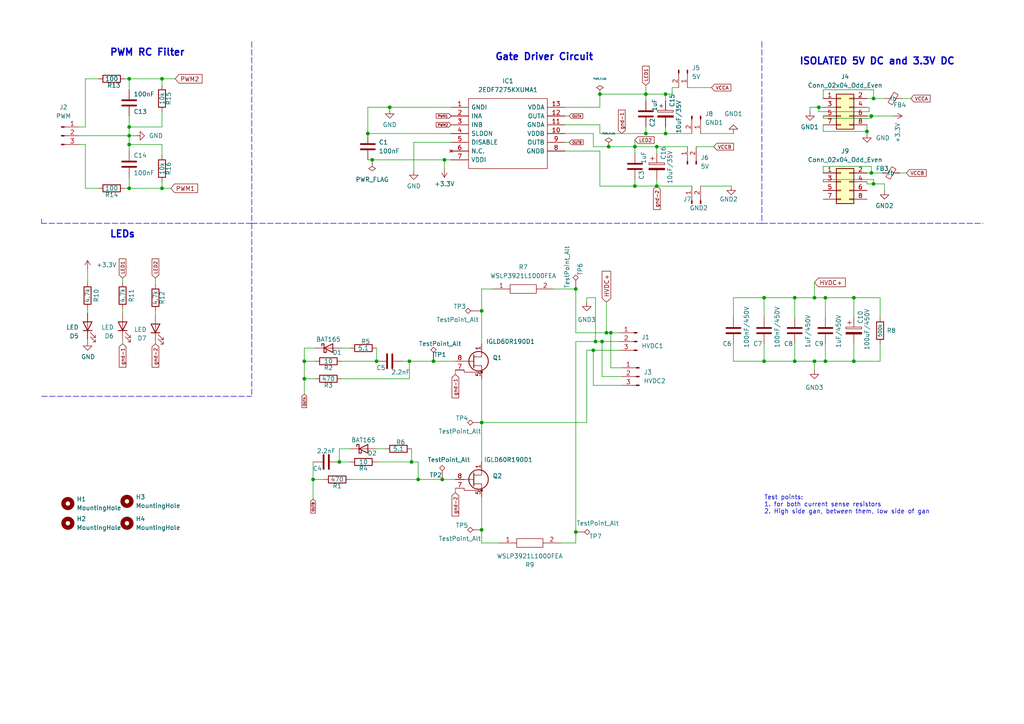
<source format=kicad_sch>
(kicad_sch (version 20211123) (generator eeschema)
  (paper "A4")
  (lib_symbols
    (symbol "2EDF7275KXUMA1:2EDF7275KXUMA1" (pin_names (offset 0.762))
      (property "Reference" "IC" (at 29.21 7.62 0))
      (property "Value" "2EDF7275KXUMA1" (at 29.21 5.08 0))
      (symbol "2EDF7275KXUMA1_0_0"
        (pin passive line (at 0 0 0) (length 5.08) (name "GNDI") (number "1"))
        (pin passive line (at 33.02 -7.62 180) (length 5.08) (name "VDDB") (number "10"))
        (pin passive line (at 33.02 -5.08 180) (length 5.08) (name "GNDA") (number "11"))
        (pin passive line (at 33.02 -2.54 180) (length 5.08) (name "OUTA") (number "12"))
        (pin passive line (at 33.02 0 180) (length 5.08) (name "VDDA") (number "13"))
        (pin passive line (at 0 -2.54 0) (length 5.08) (name "INA") (number "2"))
        (pin passive line (at 0 -5.08 0) (length 5.08) (name "INB") (number "3"))
        (pin passive line (at 0 -7.62 0) (length 5.08) (name "SLDON") (number "4"))
        (pin passive line (at 0 -10.16 0) (length 5.08) (name "DISABLE") (number "5"))
        (pin no_connect line (at 0 -12.7 0) (length 5.08) (name "N.C.") (number "6"))
        (pin passive line (at 0 -15.24 0) (length 5.08) (name "VDDI") (number "7"))
        (pin passive line (at 33.02 -12.7 180) (length 5.08) (name "GNDB") (number "8"))
        (pin passive line (at 33.02 -10.16 180) (length 5.08) (name "OUTB") (number "9"))
      )
      (symbol "2EDF7275KXUMA1_0_1"
        (polyline (pts (xy 5.08 2.54) (xy 27.94 2.54) (xy 27.94 -17.78) (xy 5.08 -17.78) (xy 5.08 2.54)) (stroke (width 0.1524)))
      )
    )
    (symbol "Connector:Conn_01x02_Male" (pin_names (offset 1.016) hide)
      (property "Reference" "J" (at 0 2.54 0))
      (property "Value" "Conn_01x02_Male" (at 0 -5.08 0))
      (symbol "Conn_01x02_Male_1_1"
        (polyline (pts (xy 1.27 -2.54) (xy 0.8636 -2.54)) (stroke (width 0.1524)))
        (polyline (pts (xy 1.27 0) (xy 0.8636 0)) (stroke (width 0.1524)))
        (rectangle (start 0.8636 -2.413) (end 0 -2.667) (stroke (width 0.1524)) (fill (type outline)))
        (rectangle (start 0.8636 0.127) (end 0 -0.127) (stroke (width 0.1524)) (fill (type outline)))
        (pin passive line (at 5.08 0 180) (length 3.81) (name "Pin_1") (number "1"))
        (pin passive line (at 5.08 -2.54 180) (length 3.81) (name "Pin_2") (number "2"))
      )
    )
    (symbol "Connector:Conn_01x03_Male" (pin_names (offset 1.016) hide)
      (property "Reference" "J" (at 0 5.08 0))
      (property "Value" "Conn_01x03_Male" (at 0 -5.08 0))
      (symbol "Conn_01x03_Male_1_1"
        (polyline (pts (xy 1.27 -2.54) (xy 0.8636 -2.54)) (stroke (width 0.1524)))
        (polyline (pts (xy 1.27 0) (xy 0.8636 0)) (stroke (width 0.1524)))
        (polyline (pts (xy 1.27 2.54) (xy 0.8636 2.54)) (stroke (width 0.1524)))
        (rectangle (start 0.8636 -2.413) (end 0 -2.667) (stroke (width 0.1524)) (fill (type outline)))
        (rectangle (start 0.8636 0.127) (end 0 -0.127) (stroke (width 0.1524)) (fill (type outline)))
        (rectangle (start 0.8636 2.667) (end 0 2.413) (stroke (width 0.1524)) (fill (type outline)))
        (pin passive line (at 5.08 2.54 180) (length 3.81) (name "Pin_1") (number "1"))
        (pin passive line (at 5.08 0 180) (length 3.81) (name "Pin_2") (number "2"))
        (pin passive line (at 5.08 -2.54 180) (length 3.81) (name "Pin_3") (number "3"))
      )
    )
    (symbol "Connector:TestPoint_Alt" (pin_numbers hide) (pin_names (offset 0.762) hide)
      (property "Reference" "TP" (at 0 6.858 0))
      (property "Value" "TestPoint_Alt" (at 0 5.08 0))
      (symbol "TestPoint_Alt_0_1"
        (polyline (pts (xy 0 2.54) (xy -0.762 3.302) (xy 0 4.064) (xy 0.762 3.302) (xy 0 2.54)))
      )
      (symbol "TestPoint_Alt_1_1"
        (pin passive line (at 0 0 90) (length 2.54) (name "1") (number "1"))
      )
    )
    (symbol "Connector_Generic:Conn_02x04_Odd_Even" (pin_names (offset 1.016) hide)
      (property "Reference" "J" (at 1.27 5.08 0))
      (property "Value" "Conn_02x04_Odd_Even" (at 1.27 -7.62 0))
      (symbol "Conn_02x04_Odd_Even_1_1"
        (rectangle (start -1.27 -4.953) (end 0 -5.207) (stroke (width 0.1524)))
        (rectangle (start -1.27 -2.413) (end 0 -2.667) (stroke (width 0.1524)))
        (rectangle (start -1.27 0.127) (end 0 -0.127) (stroke (width 0.1524)))
        (rectangle (start -1.27 2.667) (end 0 2.413) (stroke (width 0.1524)))
        (rectangle (start -1.27 3.81) (end 3.81 -6.35) (stroke (width 0.254)) (fill (type background)))
        (rectangle (start 3.81 -4.953) (end 2.54 -5.207) (stroke (width 0.1524)))
        (rectangle (start 3.81 -2.413) (end 2.54 -2.667) (stroke (width 0.1524)))
        (rectangle (start 3.81 0.127) (end 2.54 -0.127) (stroke (width 0.1524)))
        (rectangle (start 3.81 2.667) (end 2.54 2.413) (stroke (width 0.1524)))
        (pin passive line (at -5.08 2.54 0) (length 3.81) (name "Pin_1") (number "1"))
        (pin passive line (at 7.62 2.54 180) (length 3.81) (name "Pin_2") (number "2"))
        (pin passive line (at -5.08 0 0) (length 3.81) (name "Pin_3") (number "3"))
        (pin passive line (at 7.62 0 180) (length 3.81) (name "Pin_4") (number "4"))
        (pin passive line (at -5.08 -2.54 0) (length 3.81) (name "Pin_5") (number "5"))
        (pin passive line (at 7.62 -2.54 180) (length 3.81) (name "Pin_6") (number "6"))
        (pin passive line (at -5.08 -5.08 0) (length 3.81) (name "Pin_7") (number "7"))
        (pin passive line (at 7.62 -5.08 180) (length 3.81) (name "Pin_8") (number "8"))
      )
    )
    (symbol "Device:C" (pin_numbers hide) (pin_names (offset 0.254))
      (property "Reference" "C" (at 0.635 2.54 0))
      (property "Value" "C" (at 0.635 -2.54 0))
      (symbol "C_0_1"
        (polyline (pts (xy -2.032 -0.762) (xy 2.032 -0.762)) (stroke (width 0.508)))
        (polyline (pts (xy -2.032 0.762) (xy 2.032 0.762)) (stroke (width 0.508)))
      )
      (symbol "C_1_1"
        (pin passive line (at 0 3.81 270) (length 2.794) (name "~") (number "1"))
        (pin passive line (at 0 -3.81 90) (length 2.794) (name "~") (number "2"))
      )
    )
    (symbol "Device:C_Polarized" (pin_numbers hide) (pin_names (offset 0.254))
      (property "Reference" "C" (at 0.635 2.54 0))
      (property "Value" "C_Polarized" (at 0.635 -2.54 0))
      (symbol "C_Polarized_0_1"
        (rectangle (start -2.286 0.508) (end 2.286 1.016))
        (polyline (pts (xy -1.778 2.286) (xy -0.762 2.286)))
        (polyline (pts (xy -1.27 2.794) (xy -1.27 1.778)))
        (rectangle (start 2.286 -0.508) (end -2.286 -1.016) (fill (type outline)))
      )
      (symbol "C_Polarized_1_1"
        (pin passive line (at 0 3.81 270) (length 2.794) (name "~") (number "1"))
        (pin passive line (at 0 -3.81 90) (length 2.794) (name "~") (number "2"))
      )
    )
    (symbol "Device:D_Schottky" (pin_numbers hide) (pin_names (offset 1.016) hide)
      (property "Reference" "D" (at 0 2.54 0))
      (property "Value" "D_Schottky" (at 0 -2.54 0))
      (symbol "D_Schottky_0_1"
        (polyline (pts (xy 1.27 0) (xy -1.27 0)))
        (polyline (pts (xy 1.27 1.27) (xy 1.27 -1.27) (xy -1.27 0) (xy 1.27 1.27)) (stroke (width 0.254)))
        (polyline (pts (xy -1.905 0.635) (xy -1.905 1.27) (xy -1.27 1.27) (xy -1.27 -1.27) (xy -0.635 -1.27) (xy -0.635 -0.635)) (stroke (width 0.254)))
      )
      (symbol "D_Schottky_1_1"
        (pin passive line (at -3.81 0 0) (length 2.54) (name "K") (number "1"))
        (pin passive line (at 3.81 0 180) (length 2.54) (name "A") (number "2"))
      )
    )
    (symbol "Device:FerriteBead_Small" (pin_numbers hide) (pin_names (offset 0))
      (property "Reference" "FB" (at 1.905 1.27 0))
      (property "Value" "FerriteBead_Small" (at 1.905 -1.27 0))
      (symbol "FerriteBead_Small_0_1"
        (polyline (pts (xy 0 -1.27) (xy 0 -0.7874)))
        (polyline (pts (xy 0 0.889) (xy 0 1.2954)))
        (polyline (pts (xy -1.8288 0.2794) (xy -1.1176 1.4986) (xy 1.8288 -0.2032) (xy 1.1176 -1.4224) (xy -1.8288 0.2794)))
      )
      (symbol "FerriteBead_Small_1_1"
        (pin passive line (at 0 2.54 270) (length 1.27) (name "~") (number "1"))
        (pin passive line (at 0 -2.54 90) (length 1.27) (name "~") (number "2"))
      )
    )
    (symbol "Device:LED" (pin_numbers hide) (pin_names (offset 1.016) hide)
      (property "Reference" "D" (at 0 2.54 0))
      (property "Value" "LED" (at 0 -2.54 0))
      (symbol "LED_0_1"
        (polyline (pts (xy -1.27 -1.27) (xy -1.27 1.27)) (stroke (width 0.254)))
        (polyline (pts (xy -1.27 0) (xy 1.27 0)))
        (polyline (pts (xy 1.27 -1.27) (xy 1.27 1.27) (xy -1.27 0) (xy 1.27 -1.27)) (stroke (width 0.254)))
        (polyline (pts (xy -3.048 -0.762) (xy -4.572 -2.286) (xy -3.81 -2.286) (xy -4.572 -2.286) (xy -4.572 -1.524)))
        (polyline (pts (xy -1.778 -0.762) (xy -3.302 -2.286) (xy -2.54 -2.286) (xy -3.302 -2.286) (xy -3.302 -1.524)))
      )
      (symbol "LED_1_1"
        (pin passive line (at -3.81 0 0) (length 2.54) (name "K") (number "1"))
        (pin passive line (at 3.81 0 180) (length 2.54) (name "A") (number "2"))
      )
    )
    (symbol "Device:R" (pin_numbers hide) (pin_names (offset 0))
      (property "Reference" "R" (at 2.032 0 90))
      (property "Value" "R" (at 0 0 90))
      (symbol "R_0_1"
        (rectangle (start -1.016 -2.54) (end 1.016 2.54) (stroke (width 0.254)))
      )
      (symbol "R_1_1"
        (pin passive line (at 0 3.81 270) (length 1.27) (name "~") (number "1"))
        (pin passive line (at 0 -3.81 90) (length 1.27) (name "~") (number "2"))
      )
    )
    (symbol "Mechanical:MountingHole" (pin_names (offset 1.016))
      (property "Reference" "H" (at 0 5.08 0))
      (property "Value" "MountingHole" (at 0 3.175 0))
      (symbol "MountingHole_0_1"
        (circle (center 0 0) (radius 1.27) (stroke (width 1.27)))
      )
    )
    (symbol "Transistor_FET:IGLD60R190D1" (pin_names (offset 0) hide)
      (property "Reference" "Q" (at 5.08 1.905 0))
      (property "Value" "IGLD60R190D1" (at 5.08 0 0))
      (symbol "IGLD60R190D1_0_1"
        (polyline (pts (xy -2.54 0) (xy 0.254 0)))
        (polyline (pts (xy -2.54 -2.54) (xy -2.54 -3.175) (xy 2.54 -3.175)))
        (polyline (pts (xy 0.254 -1.27) (xy 2.54 -1.27) (xy 2.54 -2.54)))
        (polyline (pts (xy 0.254 1.905) (xy 0.254 -1.905) (xy 0.254 -1.905)) (stroke (width 0.254)))
        (polyline (pts (xy 2.54 2.54) (xy 2.54 1.27) (xy 0.254 1.27)))
        (circle (center 1.651 0) (radius 2.8194) (stroke (width 0.254)))
        (circle (center 2.54 -3.175) (radius 0.2794) (fill (type outline)))
      )
      (symbol "IGLD60R190D1_1_1"
        (pin passive line (at 2.54 5.08 270) (length 2.54) (name "D") (number "1"))
        (pin passive line (at 2.54 5.08 270) (length 2.54) hide (name "D") (number "2"))
        (pin passive line (at 2.54 5.08 270) (length 2.54) hide (name "D") (number "3"))
        (pin passive line (at 2.54 5.08 270) (length 2.54) hide (name "D") (number "4"))
        (pin passive line (at 2.54 -5.08 90) (length 2.54) (name "S") (number "5"))
        (pin passive line (at 2.54 -5.08 90) (length 2.54) hide (name "S") (number "6"))
        (pin passive line (at -5.08 -2.54 0) (length 2.54) (name "SS") (number "7"))
        (pin input line (at -5.08 0 0) (length 2.54) (name "G") (number "8"))
        (pin passive line (at 2.54 -5.08 90) (length 2.54) hide (name "S") (number "9"))
      )
    )
    (symbol "WSLP3921L1000FEA:WSLP3921L1000FEA" (pin_names (offset 0.762))
      (property "Reference" "R" (at 13.97 6.35 0))
      (property "Value" "WSLP3921L1000FEA" (at 13.97 3.81 0))
      (symbol "WSLP3921L1000FEA_0_0"
        (pin passive line (at 0 0 0) (length 5.08) (name "~") (number "1"))
        (pin passive line (at 17.78 0 180) (length 5.08) (name "~") (number "2"))
      )
      (symbol "WSLP3921L1000FEA_0_1"
        (polyline (pts (xy 5.08 1.27) (xy 12.7 1.27) (xy 12.7 -1.27) (xy 5.08 -1.27) (xy 5.08 1.27)) (stroke (width 0.1524)))
      )
    )
    (symbol "power:+3.3V" (power) (pin_names (offset 0))
      (property "Value" "+3.3V" (at 0 3.556 0))
      (symbol "+3.3V_0_1"
        (polyline (pts (xy -0.762 1.27) (xy 0 2.54)))
        (polyline (pts (xy 0 0) (xy 0 2.54)))
        (polyline (pts (xy 0 2.54) (xy 0.762 1.27)))
      )
      (symbol "+3.3V_1_1"
        (pin power_in line (at 0 0 90) (length 0) hide (name "+3.3V") (number "1"))
      )
    )
    (symbol "power:GND" (power) (pin_names (offset 0))
      (property "Value" "GND" (at 0 -3.81 0))
      (symbol "GND_0_1"
        (polyline (pts (xy 0 0) (xy 0 -1.27) (xy 1.27 -1.27) (xy 0 -2.54) (xy -1.27 -1.27) (xy 0 -1.27)))
      )
      (symbol "GND_1_1"
        (pin power_in line (at 0 0 270) (length 0) hide (name "GND") (number "1"))
      )
    )
    (symbol "power:GND1" (power) (pin_names (offset 0))
      (property "Value" "GND1" (at 0 -3.81 0))
      (symbol "GND1_0_1"
        (polyline (pts (xy 0 0) (xy 0 -1.27) (xy 1.27 -1.27) (xy 0 -2.54) (xy -1.27 -1.27) (xy 0 -1.27)))
      )
      (symbol "GND1_1_1"
        (pin power_in line (at 0 0 270) (length 0) hide (name "GND1") (number "1"))
      )
    )
    (symbol "power:GND2" (power) (pin_names (offset 0))
      (property "Value" "GND2" (at 0 -3.81 0))
      (symbol "GND2_0_1"
        (polyline (pts (xy 0 0) (xy 0 -1.27) (xy 1.27 -1.27) (xy 0 -2.54) (xy -1.27 -1.27) (xy 0 -1.27)))
      )
      (symbol "GND2_1_1"
        (pin power_in line (at 0 0 270) (length 0) hide (name "GND2") (number "1"))
      )
    )
    (symbol "power:GND3" (power) (pin_names (offset 0))
      (property "Value" "GND3" (at 0 -3.81 0))
      (symbol "GND3_0_1"
        (polyline (pts (xy 0 0) (xy 0 -1.27) (xy 1.27 -1.27) (xy 0 -2.54) (xy -1.27 -1.27) (xy 0 -1.27)))
      )
      (symbol "GND3_1_1"
        (pin power_in line (at 0 0 270) (length 0) hide (name "GND3") (number "1"))
      )
    )
    (symbol "power:PWR_FLAG" (power) (pin_numbers hide) (pin_names (offset 0) hide)
      (property "Value" "PWR_FLAG" (at 0 3.81 0))
      (symbol "PWR_FLAG_0_0"
        (pin power_out line (at 0 0 90) (length 0) (name "pwr") (number "1"))
      )
      (symbol "PWR_FLAG_0_1"
        (polyline (pts (xy 0 0) (xy 0 1.27) (xy -1.016 1.905) (xy 0 2.54) (xy 1.016 1.905) (xy 0 1.27)))
      )
    )
  )
  (junction (at 193.04 27.305))
  (junction (at 247.65 104.775))
  (junction (at 252.73 33.655))
  (junction (at 251.46 38.1))
  (junction (at 37.465 54.61))
  (junction (at 109.22 104.775))
  (junction (at 177.165 96.52))
  (junction (at 107.95 46.355))
  (junction (at 230.505 104.775))
  (junction (at 187.325 27.305))
  (junction (at 236.22 86.36))
  (junction (at 128.905 46.355))
  (junction (at 119.38 133.985))
  (junction (at 106.68 38.735))
  (junction (at 230.505 86.36))
  (junction (at 190.5 53.975))
  (junction (at 172.72 99.06))
  (junction (at 88.265 104.775))
  (junction (at 37.465 41.91))
  (junction (at 184.15 42.545))
  (junction (at 236.22 104.775))
  (junction (at 184.15 53.975))
  (junction (at 237.49 31.115))
  (junction (at 46.99 22.86))
  (junction (at 175.895 96.52))
  (junction (at 252.73 50.165))
  (junction (at 139.7 122.555))
  (junction (at 113.03 31.115))
  (junction (at 90.805 139.065))
  (junction (at 46.99 54.61))
  (junction (at 253.365 28.575))
  (junction (at 98.425 133.985))
  (junction (at 37.465 36.83))
  (junction (at 239.395 86.36))
  (junction (at 167.005 83.82))
  (junction (at 128.27 139.065))
  (junction (at 173.99 27.305))
  (junction (at 193.04 38.735))
  (junction (at 118.745 104.775))
  (junction (at 239.395 104.775))
  (junction (at 172.085 101.6))
  (junction (at 37.465 39.37))
  (junction (at 37.465 22.86))
  (junction (at 174.625 99.06))
  (junction (at 139.7 90.17))
  (junction (at 139.7 153.67))
  (junction (at 88.265 109.855))
  (junction (at 121.285 139.065))
  (junction (at 253.365 53.34))
  (junction (at 190.5 42.545))
  (junction (at 125.73 104.775))
  (junction (at 167.005 154.305))
  (junction (at 247.65 86.36))
  (junction (at 221.615 104.775))
  (junction (at 221.615 86.36))
  (junction (at 176.53 42.545))
  (junction (at 187.325 38.735))
  (wire (pts (xy 98.425 130.175) (xy 101.6 130.175)))
  (wire (pts (xy 24.765 54.61) (xy 24.765 41.91)))
  (wire (pts (xy 173.99 43.815) (xy 163.83 43.815)))
  (wire (pts (xy 172.085 101.6) (xy 179.705 101.6)))
  (polyline (pts (xy 12.065 114.935) (xy 73.025 114.935)))
  (wire (pts (xy 107.95 46.355) (xy 107.95 46.99)))
  (wire (pts (xy 45.085 90.17) (xy 45.085 91.44)))
  (wire (pts (xy 252.73 33.655) (xy 259.08 33.655)))
  (wire (pts (xy 106.68 38.735) (xy 130.81 38.735)))
  (wire (pts (xy 193.04 36.83) (xy 193.04 38.735)))
  (wire (pts (xy 187.325 29.21) (xy 187.325 27.305)))
  (wire (pts (xy 190.5 42.545) (xy 199.39 42.545)))
  (wire (pts (xy 99.06 104.775) (xy 109.22 104.775)))
  (wire (pts (xy 139.7 109.855) (xy 139.7 122.555)))
  (wire (pts (xy 180.34 106.68) (xy 177.165 106.68)))
  (wire (pts (xy 113.03 31.75) (xy 113.03 31.115)))
  (wire (pts (xy 253.365 53.34) (xy 251.46 53.34)))
  (polyline (pts (xy 220.98 64.77) (xy 285.115 64.77)))
  (wire (pts (xy 236.22 104.775) (xy 236.22 107.315)))
  (wire (pts (xy 163.83 41.275) (xy 165.1 41.275)))
  (wire (pts (xy 239.395 86.36) (xy 236.22 86.36)))
  (wire (pts (xy 24.765 22.86) (xy 28.575 22.86)))
  (wire (pts (xy 251.46 28.575) (xy 253.365 28.575)))
  (wire (pts (xy 173.99 38.735) (xy 173.99 36.195)))
  (wire (pts (xy 251.46 53.34) (xy 251.46 52.705)))
  (wire (pts (xy 132.08 142.875) (xy 132.08 141.605)))
  (wire (pts (xy 177.165 106.68) (xy 177.165 96.52)))
  (polyline (pts (xy 220.98 12.065) (xy 220.98 64.77)))
  (wire (pts (xy 212.725 92.075) (xy 212.725 86.36)))
  (wire (pts (xy 253.365 28.575) (xy 256.54 28.575)))
  (wire (pts (xy 175.895 87.63) (xy 175.895 96.52)))
  (wire (pts (xy 184.15 42.545) (xy 190.5 42.545)))
  (wire (pts (xy 221.615 86.36) (xy 221.615 92.075)))
  (wire (pts (xy 193.04 27.305) (xy 194.945 27.305)))
  (wire (pts (xy 120.015 41.275) (xy 120.015 49.53)))
  (wire (pts (xy 252.095 31.115) (xy 252.095 32.385)))
  (wire (pts (xy 173.99 31.115) (xy 173.99 27.305)))
  (wire (pts (xy 128.27 139.065) (xy 132.08 139.065)))
  (wire (pts (xy 261.62 28.575) (xy 264.16 28.575)))
  (wire (pts (xy 175.895 96.52) (xy 177.165 96.52)))
  (wire (pts (xy 37.465 41.91) (xy 37.465 43.815)))
  (wire (pts (xy 172.085 38.735) (xy 163.83 38.735)))
  (wire (pts (xy 193.04 38.735) (xy 200.66 38.735)))
  (wire (pts (xy 163.83 33.655) (xy 165.1 33.655)))
  (wire (pts (xy 230.505 86.36) (xy 230.505 92.075)))
  (wire (pts (xy 187.325 24.765) (xy 187.325 27.305)))
  (wire (pts (xy 251.46 38.1) (xy 251.46 36.195)))
  (wire (pts (xy 212.725 104.775) (xy 212.725 99.695)))
  (wire (pts (xy 106.68 31.115) (xy 113.03 31.115)))
  (wire (pts (xy 170.18 122.555) (xy 170.18 101.6)))
  (wire (pts (xy 173.99 43.815) (xy 173.99 53.975)))
  (wire (pts (xy 176.53 42.545) (xy 184.15 42.545)))
  (wire (pts (xy 221.615 104.775) (xy 212.725 104.775)))
  (wire (pts (xy 46.99 24.765) (xy 46.99 22.86)))
  (wire (pts (xy 24.765 36.83) (xy 24.765 22.86)))
  (wire (pts (xy 113.03 31.115) (xy 130.81 31.115)))
  (wire (pts (xy 37.465 22.86) (xy 37.465 26.035)))
  (wire (pts (xy 238.76 38.1) (xy 251.46 38.1)))
  (wire (pts (xy 109.22 133.985) (xy 119.38 133.985)))
  (wire (pts (xy 203.2 53.975) (xy 212.09 53.975)))
  (wire (pts (xy 247.65 99.695) (xy 247.65 104.775)))
  (wire (pts (xy 35.56 80.645) (xy 35.56 81.915)))
  (wire (pts (xy 238.76 34.29) (xy 252.73 34.29)))
  (wire (pts (xy 172.085 42.545) (xy 176.53 42.545)))
  (wire (pts (xy 90.805 139.065) (xy 90.805 133.985)))
  (wire (pts (xy 121.285 139.065) (xy 128.27 139.065)))
  (wire (pts (xy 221.615 99.695) (xy 221.615 104.775)))
  (polyline (pts (xy 73.025 64.77) (xy 73.025 114.935)))
  (wire (pts (xy 173.99 38.735) (xy 187.325 38.735)))
  (wire (pts (xy 101.6 133.985) (xy 98.425 133.985)))
  (wire (pts (xy 172.085 111.76) (xy 172.085 101.6)))
  (wire (pts (xy 247.65 86.36) (xy 239.395 86.36)))
  (wire (pts (xy 255.27 86.36) (xy 247.65 86.36)))
  (wire (pts (xy 93.98 139.065) (xy 90.805 139.065)))
  (wire (pts (xy 170.18 86.36) (xy 170.18 87.63)))
  (wire (pts (xy 116.84 104.775) (xy 118.745 104.775)))
  (wire (pts (xy 46.99 45.085) (xy 46.99 41.91)))
  (wire (pts (xy 88.265 114.3) (xy 88.265 109.855)))
  (wire (pts (xy 139.7 122.555) (xy 139.7 133.985)))
  (wire (pts (xy 184.15 52.07) (xy 184.15 53.975)))
  (wire (pts (xy 173.99 27.305) (xy 187.325 27.305)))
  (wire (pts (xy 230.505 99.695) (xy 230.505 104.775)))
  (wire (pts (xy 256.54 53.34) (xy 256.54 55.245)))
  (wire (pts (xy 167.005 83.82) (xy 167.005 96.52)))
  (wire (pts (xy 22.86 36.83) (xy 24.765 36.83)))
  (wire (pts (xy 35.56 99.695) (xy 35.56 98.425)))
  (wire (pts (xy 237.49 32.385) (xy 237.49 31.115)))
  (polyline (pts (xy 220.98 64.77) (xy 73.025 64.77)))
  (wire (pts (xy 37.465 33.655) (xy 37.465 36.83)))
  (wire (pts (xy 22.86 41.91) (xy 24.765 41.91)))
  (wire (pts (xy 139.7 90.17) (xy 139.7 99.695)))
  (wire (pts (xy 237.49 31.115) (xy 238.76 31.115)))
  (wire (pts (xy 247.65 104.775) (xy 255.27 104.775)))
  (wire (pts (xy 99.06 100.965) (xy 101.6 100.965)))
  (wire (pts (xy 238.76 48.26) (xy 252.73 48.26)))
  (wire (pts (xy 118.745 104.775) (xy 125.73 104.775)))
  (wire (pts (xy 203.2 38.735) (xy 212.725 38.735)))
  (wire (pts (xy 128.905 46.355) (xy 128.905 48.895)))
  (wire (pts (xy 252.73 50.165) (xy 255.905 50.165)))
  (wire (pts (xy 172.085 42.545) (xy 172.085 38.735)))
  (wire (pts (xy 25.4 78.105) (xy 25.4 81.915)))
  (wire (pts (xy 190.5 52.07) (xy 190.5 53.975)))
  (wire (pts (xy 36.195 54.61) (xy 37.465 54.61)))
  (wire (pts (xy 46.99 54.61) (xy 37.465 54.61)))
  (wire (pts (xy 91.44 104.775) (xy 88.265 104.775)))
  (wire (pts (xy 234.95 31.115) (xy 237.49 31.115)))
  (wire (pts (xy 173.99 53.975) (xy 184.15 53.975)))
  (wire (pts (xy 46.99 32.385) (xy 46.99 36.83)))
  (wire (pts (xy 184.15 53.975) (xy 190.5 53.975)))
  (wire (pts (xy 160.655 83.82) (xy 167.005 83.82)))
  (wire (pts (xy 252.095 32.385) (xy 237.49 32.385)))
  (wire (pts (xy 46.99 22.86) (xy 37.465 22.86)))
  (wire (pts (xy 139.7 122.555) (xy 170.18 122.555)))
  (wire (pts (xy 22.86 39.37) (xy 37.465 39.37)))
  (wire (pts (xy 37.465 54.61) (xy 37.465 51.435)))
  (wire (pts (xy 90.805 144.78) (xy 90.805 139.065)))
  (wire (pts (xy 106.68 46.355) (xy 107.95 46.355)))
  (wire (pts (xy 172.72 86.36) (xy 172.72 99.06)))
  (wire (pts (xy 128.905 46.355) (xy 130.81 46.355)))
  (wire (pts (xy 199.39 25.4) (xy 206.375 25.4)))
  (wire (pts (xy 256.54 53.34) (xy 253.365 53.34)))
  (wire (pts (xy 109.22 104.775) (xy 109.22 100.965)))
  (wire (pts (xy 139.7 144.145) (xy 139.7 153.67)))
  (polyline (pts (xy 73.025 64.77) (xy 12.065 64.77)))
  (wire (pts (xy 255.27 99.695) (xy 255.27 104.775)))
  (wire (pts (xy 251.46 33.655) (xy 252.73 33.655)))
  (wire (pts (xy 253.365 26.035) (xy 253.365 28.575)))
  (wire (pts (xy 37.465 36.83) (xy 37.465 39.37)))
  (wire (pts (xy 230.505 104.775) (xy 221.615 104.775)))
  (wire (pts (xy 46.99 54.61) (xy 49.53 54.61)))
  (wire (pts (xy 46.99 22.86) (xy 50.8 22.86)))
  (wire (pts (xy 167.005 96.52) (xy 175.895 96.52)))
  (wire (pts (xy 45.085 99.695) (xy 45.085 99.06)))
  (wire (pts (xy 46.99 36.83) (xy 37.465 36.83)))
  (wire (pts (xy 167.005 99.06) (xy 172.72 99.06)))
  (wire (pts (xy 25.4 89.535) (xy 25.4 90.805)))
  (wire (pts (xy 37.465 39.37) (xy 39.37 39.37)))
  (wire (pts (xy 190.5 44.45) (xy 190.5 42.545)))
  (wire (pts (xy 193.04 29.21) (xy 193.04 27.305)))
  (wire (pts (xy 99.06 109.855) (xy 118.745 109.855)))
  (wire (pts (xy 106.68 31.115) (xy 106.68 38.735)))
  (wire (pts (xy 139.7 157.48) (xy 144.78 157.48)))
  (wire (pts (xy 167.005 99.06) (xy 167.005 154.305)))
  (wire (pts (xy 88.265 109.855) (xy 88.265 104.775)))
  (wire (pts (xy 238.76 50.165) (xy 238.76 48.26)))
  (wire (pts (xy 236.22 104.775) (xy 239.395 104.775)))
  (wire (pts (xy 238.76 26.035) (xy 253.365 26.035)))
  (wire (pts (xy 194.945 25.4) (xy 196.85 25.4)))
  (wire (pts (xy 46.99 41.91) (xy 37.465 41.91)))
  (wire (pts (xy 239.395 99.695) (xy 239.395 104.775)))
  (wire (pts (xy 132.08 108.585) (xy 132.08 107.315)))
  (wire (pts (xy 119.38 133.985) (xy 119.38 130.175)))
  (wire (pts (xy 125.73 104.775) (xy 132.08 104.775)))
  (wire (pts (xy 91.44 109.855) (xy 88.265 109.855)))
  (wire (pts (xy 184.15 42.545) (xy 184.15 44.45)))
  (wire (pts (xy 121.285 139.065) (xy 121.285 133.985)))
  (wire (pts (xy 194.945 25.4) (xy 194.945 27.305)))
  (wire (pts (xy 28.575 54.61) (xy 24.765 54.61)))
  (wire (pts (xy 190.5 53.975) (xy 200.66 53.975)))
  (wire (pts (xy 255.27 92.075) (xy 255.27 86.36)))
  (wire (pts (xy 247.65 86.36) (xy 247.65 92.075)))
  (wire (pts (xy 46.99 52.705) (xy 46.99 54.61)))
  (wire (pts (xy 98.425 133.985) (xy 98.425 130.175)))
  (wire (pts (xy 173.99 36.195) (xy 163.83 36.195)))
  (wire (pts (xy 252.73 48.26) (xy 252.73 50.165)))
  (wire (pts (xy 177.165 96.52) (xy 179.705 96.52)))
  (wire (pts (xy 239.395 86.36) (xy 239.395 92.075)))
  (wire (pts (xy 139.7 153.67) (xy 139.7 157.48)))
  (wire (pts (xy 37.465 41.91) (xy 37.465 39.37)))
  (wire (pts (xy 236.22 81.915) (xy 236.22 86.36)))
  (wire (pts (xy 139.065 90.17) (xy 139.7 90.17)))
  (wire (pts (xy 172.72 99.06) (xy 174.625 99.06)))
  (wire (pts (xy 180.34 109.22) (xy 174.625 109.22)))
  (wire (pts (xy 238.76 36.195) (xy 238.76 38.1)))
  (wire (pts (xy 236.22 86.36) (xy 230.505 86.36)))
  (wire (pts (xy 25.4 99.06) (xy 25.4 98.425)))
  (wire (pts (xy 35.56 89.535) (xy 35.56 90.805)))
  (wire (pts (xy 139.7 83.82) (xy 139.7 90.17)))
  (wire (pts (xy 251.46 31.115) (xy 252.095 31.115)))
  (wire (pts (xy 212.725 86.36) (xy 221.615 86.36)))
  (wire (pts (xy 253.365 52.07) (xy 253.365 53.34)))
  (wire (pts (xy 36.195 22.86) (xy 37.465 22.86)))
  (wire (pts (xy 88.265 100.965) (xy 91.44 100.965)))
  (wire (pts (xy 238.76 52.07) (xy 253.365 52.07)))
  (wire (pts (xy 187.325 27.305) (xy 193.04 27.305)))
  (wire (pts (xy 121.285 133.985) (xy 119.38 133.985)))
  (wire (pts (xy 230.505 104.775) (xy 236.22 104.775)))
  (wire (pts (xy 238.76 52.705) (xy 238.76 52.07)))
  (wire (pts (xy 172.72 86.36) (xy 170.18 86.36)))
  (wire (pts (xy 174.625 99.06) (xy 179.705 99.06)))
  (polyline (pts (xy 12.065 63.5) (xy 12.065 64.77)))
  (wire (pts (xy 120.015 41.275) (xy 130.81 41.275)))
  (wire (pts (xy 118.745 109.855) (xy 118.745 104.775)))
  (wire (pts (xy 180.34 111.76) (xy 172.085 111.76)))
  (wire (pts (xy 109.22 130.175) (xy 111.76 130.175)))
  (wire (pts (xy 234.95 31.115) (xy 234.95 32.385)))
  (wire (pts (xy 260.985 50.165) (xy 262.89 50.165)))
  (wire (pts (xy 207.01 42.545) (xy 201.93 42.545)))
  (wire (pts (xy 187.325 36.83) (xy 187.325 38.735)))
  (wire (pts (xy 174.625 109.22) (xy 174.625 99.06)))
  (wire (pts (xy 187.325 38.735) (xy 193.04 38.735)))
  (wire (pts (xy 107.95 46.355) (xy 128.905 46.355)))
  (wire (pts (xy 162.56 157.48) (xy 167.005 157.48)))
  (wire (pts (xy 251.46 50.165) (xy 252.73 50.165)))
  (wire (pts (xy 184.15 40.64) (xy 184.15 42.545)))
  (polyline (pts (xy 73.025 12.065) (xy 73.025 64.77)))
  (wire (pts (xy 101.6 139.065) (xy 121.285 139.065)))
  (wire (pts (xy 252.73 34.29) (xy 252.73 33.655)))
  (wire (pts (xy 251.46 38.735) (xy 251.46 38.1)))
  (wire (pts (xy 239.395 104.775) (xy 247.65 104.775)))
  (wire (pts (xy 238.76 28.575) (xy 238.76 26.035)))
  (wire (pts (xy 238.76 33.655) (xy 238.76 34.29)))
  (wire (pts (xy 230.505 86.36) (xy 221.615 86.36)))
  (wire (pts (xy 88.265 104.775) (xy 88.265 100.965)))
  (wire (pts (xy 139.7 83.82) (xy 142.875 83.82)))
  (wire (pts (xy 163.83 31.115) (xy 173.99 31.115)))
  (wire (pts (xy 170.18 101.6) (xy 172.085 101.6)))
  (wire (pts (xy 167.005 154.305) (xy 167.005 157.48)))
  (wire (pts (xy 45.085 80.645) (xy 45.085 82.55)))
  (text "Test points: \n1. for both current sense resistors\n2. High side gan, between them, low side of gan\n" (at 221.615 149.225 0) (effects (font (size 1.27 1.27)) (justify left bottom)))
  (text "LEDs" (at 31.75 69.215 0) (effects (font (size 2 2) (thickness 0.4) bold) (justify left bottom)))
  (text "ISOLATED 5V DC and 3.3V DC" (at 231.775 19.05 0) (effects (font (size 2 2) (thickness 0.4) bold) (justify left bottom)))
  (text "PWM RC Filter" (at 31.75 16.51 0) (effects (font (size 2 2) (thickness 0.4) bold) (justify left bottom)))
  (text "Gate Driver Circuit" (at 143.51 17.78 0) (effects (font (size 2 2) (thickness 0.4) bold) (justify left bottom)))
  (global_label "VCCA" (shape input) (at 264.16 28.575 0) (effects (font (size 1 1))) (property "Intersheet References" "${INTERSHEET_REFS}" (effects hide)))
  (global_label "HVDC+" (shape input) (at 175.895 87.63 90) (property "Intersheet References" "${INTERSHEET_REFS}" (effects hide)))
  (global_label "LED1" (shape input) (at 187.325 24.765 90) (effects (font (size 1 1))) (property "Intersheet References" "${INTERSHEET_REFS}" (effects hide)))
  (global_label "VCCB" (shape input) (at 262.89 50.165 0) (effects (font (size 1 1))) (property "Intersheet References" "${INTERSHEET_REFS}" (effects hide)))
  (global_label "PWM1" (shape input) (at 49.53 54.61 0) (property "Intersheet References" "${INTERSHEET_REFS}" (effects hide)))
  (global_label "PWM2" (shape input) (at 50.8 22.86 0) (property "Intersheet References" "${INTERSHEET_REFS}" (effects hide)))
  (global_label "PWM2" (shape input) (at 130.81 36.195 180) (effects (font (size 0.7 0.7))) (property "Intersheet References" "${INTERSHEET_REFS}" (effects hide)))
  (global_label "gnd-1" (shape input) (at 180.34 38.735 90) (effects (font (size 1 1))) (property "Intersheet References" "${INTERSHEET_REFS}" (effects hide)))
  (global_label "OUTB" (shape input) (at 165.1 41.275 0) (effects (font (size 0.7 0.7))) (property "Intersheet References" "${INTERSHEET_REFS}" (effects hide)))
  (global_label "gnd-2" (shape input) (at 45.085 99.695 270) (effects (font (size 1 1))) (property "Intersheet References" "${INTERSHEET_REFS}" (effects hide)))
  (global_label "VCCA" (shape input) (at 206.375 25.4 0) (effects (font (size 1 1))) (property "Intersheet References" "${INTERSHEET_REFS}" (effects hide)))
  (global_label "LED2" (shape input) (at 184.15 40.64 0) (effects (font (size 1 1))) (property "Intersheet References" "${INTERSHEET_REFS}" (effects hide)))
  (global_label "LED2" (shape input) (at 45.085 80.645 90) (effects (font (size 1 1))) (property "Intersheet References" "${INTERSHEET_REFS}" (effects hide)))
  (global_label "OUTA" (shape input) (at 88.265 114.3 270) (effects (font (size 0.7 0.7))) (property "Intersheet References" "${INTERSHEET_REFS}" (effects hide)))
  (global_label "gnd-2" (shape input) (at 190.5 53.975 270) (effects (font (size 1 1))) (property "Intersheet References" "${INTERSHEET_REFS}" (effects hide)))
  (global_label "OUTB" (shape input) (at 90.805 144.78 270) (effects (font (size 0.7 0.7))) (property "Intersheet References" "${INTERSHEET_REFS}" (effects hide)))
  (global_label "LED1" (shape input) (at 35.56 80.645 90) (effects (font (size 1 1))) (property "Intersheet References" "${INTERSHEET_REFS}" (effects hide)))
  (global_label "OUTA" (shape input) (at 165.1 33.655 0) (effects (font (size 0.7 0.7))) (property "Intersheet References" "${INTERSHEET_REFS}" (effects hide)))
  (global_label "gnd-2" (shape input) (at 132.08 142.875 270) (effects (font (size 1 1))) (property "Intersheet References" "${INTERSHEET_REFS}" (effects hide)))
  (global_label "gnd-1" (shape input) (at 132.08 108.585 270) (effects (font (size 1 1))) (property "Intersheet References" "${INTERSHEET_REFS}" (effects hide)))
  (global_label "VCCB" (shape input) (at 207.01 42.545 0) (effects (font (size 1 1))) (property "Intersheet References" "${INTERSHEET_REFS}" (effects hide)))
  (global_label "HVDC+" (shape input) (at 236.22 81.915 0) (property "Intersheet References" "${INTERSHEET_REFS}" (effects hide)))
  (global_label "PWM1" (shape input) (at 130.81 33.655 180) (effects (font (size 0.7 0.7))) (property "Intersheet References" "${INTERSHEET_REFS}" (effects hide)))
  (global_label "gnd-1" (shape input) (at 35.56 99.695 270) (effects (font (size 1 1))) (property "Intersheet References" "${INTERSHEET_REFS}" (effects hide)))
  (symbol (lib_id "Connector:Conn_01x03_Male") (at 185.42 109.22 0) (mirror y) (unit 1)
    (property "Reference" "J3" (at 186.69 107.9499 0) (effects (justify right)))
    (property "Value" "HVDC2" (at 186.69 110.4899 0) (effects (justify right)))
    (property "Footprint" "Connector_Molex:Molex_KK-396_A-41791-0003_1x03_P3.96mm_Vertical" (effects hide))
  )
  (symbol (lib_id "power:GND2") (at 256.54 55.245 0) (unit 1)
    (property "Reference" "#PWR05" (effects hide))
    (property "Value" "GND2" (at 256.54 59.69 0))
  )
  (symbol (lib_id "Device:R") (at 95.25 109.855 90) (unit 1)
    (property "Reference" "R3" (at 95.25 111.76 90))
    (property "Value" "470" (at 95.25 109.855 90))
    (property "Footprint" "Resistor_SMD:R_0805_2012Metric" (effects hide))
  )
  (symbol (lib_id "power:PWR_FLAG") (at 173.99 27.305 0) (unit 1)
    (property "Reference" "#FLG0102" (effects hide))
    (property "Value" "PWR_FLAG" (at 173.99 22.86 0) (effects (font (size 0.5 0.5))))
  )
  (symbol (lib_id "Connector:Conn_01x02_Male") (at 199.39 20.32 270) (unit 1)
    (property "Reference" "J5" (at 200.66 19.6849 90) (effects (justify left)))
    (property "Value" "5V" (at 200.66 22.2249 90) (effects (justify left)))
    (property "Footprint" "Connector_PinHeader_2.54mm:PinHeader_1x02_P2.54mm_Vertical" (effects hide))
  )
  (symbol (lib_id "power:PWR_FLAG") (at 107.95 46.99 180) (unit 1)
    (property "Reference" "#FLG01" (effects hide))
    (property "Value" "PWR_FLAG" (at 107.95 52.07 0))
  )
  (symbol (lib_id "Device:R") (at 45.085 86.36 180) (unit 1)
    (property "Reference" "R12" (at 46.99 86.36 90))
    (property "Value" "4.7k" (at 45.085 86.36 90))
    (property "Footprint" "Resistor_SMD:R_0805_2012Metric" (effects hide))
  )
  (symbol (lib_id "Device:R") (at 97.79 139.065 90) (unit 1)
    (property "Reference" "R1" (at 97.79 140.97 90))
    (property "Value" "470" (at 97.79 139.065 90))
    (property "Footprint" "Resistor_SMD:R_0805_2012Metric" (effects hide))
  )
  (symbol (lib_id "power:GND") (at 120.015 49.53 0) (unit 1)
    (property "Reference" "#PWR0101" (effects hide))
    (property "Value" "GND" (at 120.015 53.975 0))
  )
  (symbol (lib_id "power:GND") (at 251.46 38.735 0) (unit 1)
    (property "Reference" "#PWR08" (effects hide))
    (property "Value" "GND" (at 254 40.0049 0) (effects (justify left)))
  )
  (symbol (lib_id "Device:C") (at 230.505 95.885 0) (unit 1)
    (property "Reference" "C8" (at 227.33 99.695 0) (effects (justify left)))
    (property "Value" "1uF/450V" (at 234.315 100.965 90) (effects (justify left)))
    (property "Footprint" "CGA9P4X7T2W105K250KA:CAPC5750X280N" (effects hide))
  )
  (symbol (lib_id "Device:C_Polarized") (at 247.65 95.885 0) (unit 1)
    (property "Reference" "C10" (at 249.555 93.98 90) (effects (justify left)))
    (property "Value" "100uF/450V" (at 251.46 101.6 90) (effects (justify left)))
    (property "Footprint" "Capacitor_THT:CP_Radial_D18.0mm_P7.50mm" (effects hide))
  )
  (symbol (lib_id "Connector:Conn_01x02_Male") (at 199.39 47.625 90) (unit 1)
    (property "Reference" "J6" (at 203.2 45.7199 90) (effects (justify right)))
    (property "Value" "5V" (at 203.2 48.2599 90) (effects (justify right)))
    (property "Footprint" "Connector_PinHeader_2.54mm:PinHeader_1x02_P2.54mm_Vertical" (effects hide))
  )
  (symbol (lib_id "Device:C") (at 239.395 95.885 0) (unit 1)
    (property "Reference" "C9" (at 236.22 99.695 0) (effects (justify left)))
    (property "Value" "1uF/450V" (at 243.205 100.965 90) (effects (justify left)))
    (property "Footprint" "CGA9P4X7T2W105K250KA:CAPC5750X280N" (effects hide))
  )
  (symbol (lib_id "Connector:TestPoint_Alt") (at 139.7 153.67 90) (unit 1)
    (property "Reference" "TP5" (at 133.985 152.4 90))
    (property "Value" "TestPoint_Alt" (at 133.35 156.21 90))
    (property "Footprint" "TestPoint:TestPoint_THTPad_1.5x1.5mm_Drill0.7mm" (effects hide))
  )
  (symbol (lib_id "Device:R") (at 35.56 85.725 180) (unit 1)
    (property "Reference" "R11" (at 38.1 85.725 90))
    (property "Value" "4.7k" (at 35.56 85.725 90))
    (property "Footprint" "Resistor_SMD:R_0805_2012Metric" (effects hide))
  )
  (symbol (lib_id "Device:LED") (at 35.56 94.615 90) (unit 1)
    (property "Reference" "D6" (at 33.02 97.4726 90) (effects (justify left)))
    (property "Value" "LED" (at 33.02 94.9326 90) (effects (justify left)))
    (property "Footprint" "LED_SMD:LED_0805_2012Metric" (effects hide))
  )
  (symbol (lib_id "Device:C") (at 187.325 33.02 180) (unit 1)
    (property "Reference" "C2" (at 189.23 35.56 90))
    (property "Value" "1uF" (at 189.865 30.48 90))
    (property "Footprint" "Capacitor_SMD:C_0805_2012Metric" (effects hide))
  )
  (symbol (lib_id "power:+3.3V") (at 25.4 78.105 0) (unit 1)
    (property "Reference" "#PWR0108" (effects hide))
    (property "Value" "+3.3V" (at 27.94 76.8349 0) (effects (justify left)))
  )
  (symbol (lib_id "Device:FerriteBead_Small") (at 258.445 50.165 90) (unit 1)
    (property "Reference" "FB3" (at 255.905 48.895 90))
    (property "Value" "fb" (at 258.445 50.165 90))
    (property "Footprint" "Resistor_SMD:R_0805_2012Metric" (effects hide))
  )
  (symbol (lib_id "Connector:Conn_01x03_Male") (at 17.78 39.37 0) (unit 1)
    (property "Reference" "J2" (at 18.415 31.115 0))
    (property "Value" "PWM" (at 18.415 33.655 0))
    (property "Footprint" "Connector_Molex:Molex_KK-254_AE-6410-03A_1x03_P2.54mm_Vertical" (effects hide))
  )
  (symbol (lib_id "Device:C") (at 113.03 104.775 90) (unit 1)
    (property "Reference" "C5" (at 110.49 106.68 90))
    (property "Value" "2.2nF" (at 116.205 107.95 90))
    (property "Footprint" "Capacitor_SMD:C_0805_2012Metric" (effects hide))
  )
  (symbol (lib_id "Connector:Conn_01x02_Male") (at 203.2 33.655 270) (unit 1)
    (property "Reference" "J8" (at 204.47 33.0199 90) (effects (justify left)))
    (property "Value" "GND1" (at 204.47 35.5599 90) (effects (justify left)))
    (property "Footprint" "Connector_PinHeader_2.54mm:PinHeader_1x02_P2.54mm_Vertical" (effects hide))
  )
  (symbol (lib_id "Device:R") (at 255.27 95.885 0) (unit 1)
    (property "Reference" "R8" (at 257.175 95.885 0) (effects (justify left)))
    (property "Value" "500k" (at 255.27 97.79 90) (effects (font (size 1 1)) (justify left)))
    (property "Footprint" "Resistor_SMD:R_0805_2012Metric" (effects hide))
  )
  (symbol (lib_id "power:GND1") (at 234.95 32.385 0) (mirror y) (unit 1)
    (property "Reference" "#PWR04" (effects hide))
    (property "Value" "GND1" (at 237.49 36.83 0) (effects (justify left)))
  )
  (symbol (lib_id "Device:C") (at 94.615 133.985 90) (unit 1)
    (property "Reference" "C4" (at 92.075 135.89 90))
    (property "Value" "2.2nF" (at 94.615 130.81 90))
    (property "Footprint" "Capacitor_SMD:C_0805_2012Metric" (effects hide))
  )
  (symbol (lib_id "Device:C") (at 37.465 29.845 0) (mirror x) (unit 1)
    (property "Reference" "C13" (at 38.735 32.385 0) (effects (justify left)))
    (property "Value" "100nF" (at 38.735 27.305 0) (effects (justify left)))
    (property "Footprint" "Capacitor_SMD:C_0805_2012Metric" (effects hide))
  )
  (symbol (lib_id "power:GND3") (at 170.18 87.63 0) (unit 1)
    (property "Reference" "#PWR06" (effects hide))
    (property "Value" "GND3" (at 170.18 92.71 0))
  )
  (symbol (lib_id "Device:R") (at 46.99 48.895 180) (unit 1)
    (property "Reference" "R16" (at 48.895 48.895 90))
    (property "Value" "10k" (at 46.99 48.895 90))
    (property "Footprint" "Resistor_SMD:R_0805_2012Metric" (effects hide))
  )
  (symbol (lib_id "Connector:TestPoint_Alt") (at 139.7 122.555 90) (unit 1)
    (property "Reference" "TP4" (at 133.985 121.285 90))
    (property "Value" "TestPoint_Alt" (at 133.35 125.095 90))
    (property "Footprint" "TestPoint:TestPoint_THTPad_1.5x1.5mm_Drill0.7mm" (effects hide))
  )
  (symbol (lib_id "Connector:TestPoint_Alt") (at 167.005 154.305 270) (unit 1)
    (property "Reference" "TP7" (at 172.72 155.575 90))
    (property "Value" "TestPoint_Alt" (at 173.355 151.765 90))
    (property "Footprint" "TestPoint:TestPoint_THTPad_1.5x1.5mm_Drill0.7mm" (effects hide))
  )
  (symbol (lib_id "Connector_Generic:Conn_02x04_Odd_Even") (at 243.84 52.705 0) (unit 1)
    (property "Reference" "J9" (at 245.11 43.815 0))
    (property "Value" "Conn_02x04_Odd_Even" (at 245.11 46.355 0))
    (property "Footprint" "Connector_IDC:IDC-Header_2x04_P2.54mm_Vertical" (effects hide))
  )
  (symbol (lib_id "Device:R") (at 46.99 28.575 0) (mirror y) (unit 1)
    (property "Reference" "R15" (at 48.895 28.575 90))
    (property "Value" "10k" (at 46.99 28.575 90))
    (property "Footprint" "Resistor_SMD:R_0805_2012Metric" (effects hide))
  )
  (symbol (lib_id "Device:C_Polarized") (at 190.5 48.26 0) (unit 1)
    (property "Reference" "C16" (at 192.405 46.355 90) (effects (justify left)))
    (property "Value" "10uF/35V" (at 194.31 53.34 90) (effects (justify left)))
    (property "Footprint" "Capacitor_SMD:CP_Elec_4x5.8" (effects hide))
  )
  (symbol (lib_id "Device:R") (at 105.41 100.965 90) (unit 1)
    (property "Reference" "R5" (at 106.045 99.06 90))
    (property "Value" "5.1" (at 105.41 100.965 90))
    (property "Footprint" "Resistor_SMD:R_0805_2012Metric" (effects hide))
  )
  (symbol (lib_id "Device:C") (at 37.465 47.625 0) (unit 1)
    (property "Reference" "C14" (at 38.735 45.085 0) (effects (justify left)))
    (property "Value" "100nF" (at 38.735 50.165 0) (effects (justify left)))
    (property "Footprint" "Capacitor_SMD:C_0805_2012Metric" (effects hide))
  )
  (symbol (lib_id "Device:C") (at 221.615 95.885 0) (unit 1)
    (property "Reference" "C7" (at 218.44 99.695 0) (effects (justify left)))
    (property "Value" "100nF/450V" (at 225.425 100.965 90) (effects (justify left)))
    (property "Footprint" "Capacitor_SMD:C_1206_3216Metric" (effects hide))
  )
  (symbol (lib_id "WSLP3921L1000FEA:WSLP3921L1000FEA") (at 144.78 157.48 0) (mirror x) (unit 1)
    (property "Reference" "R9" (at 153.67 163.83 0))
    (property "Value" "WSLP3921L1000FEA" (at 153.67 161.29 0))
    (property "Footprint" "footprint:RESC10052X50N" (effects hide))
    (property "Datasheet" "https://datasheet.datasheetarchive.com/originals/distributors/Datasheets_SAMA/cd369b67f640568f5c60fc944b86acf3.pdf" (effects hide))
    (property "Description" "Current Sense Resistors - SMD 9W 0.0001ohm 1%" (effects hide))
    (property "Height" "0.5" (effects hide))
    (property "Manufacturer_Name" "Vishay" (effects hide))
    (property "Manufacturer_Part_Number" "WSLP3921L1000FEA" (effects hide))
    (property "Mouser Part Number" "71-WSLP3921L1000FEA" (effects hide))
    (property "Mouser Price/Stock" "https://www.mouser.co.uk/ProductDetail/Vishay-Dale/WSLP3921L1000FEA?qs=TiOZkKH1s2S5b3T%252BuIp%2FVQ%3D%3D" (effects hide))
  )
  (symbol (lib_id "Mechanical:MountingHole") (at 36.83 151.765 0) (unit 1)
    (property "Reference" "H4" (at 39.37 150.4949 0) (effects (justify left)))
    (property "Value" "MountingHole" (at 39.37 153.0349 0) (effects (justify left)))
    (property "Footprint" "MountingHole:MountingHole_3.2mm_M3" (effects hide))
  )
  (symbol (lib_id "Device:R") (at 25.4 85.725 180) (unit 1)
    (property "Reference" "R10" (at 27.94 85.725 90))
    (property "Value" "4.7k" (at 25.4 85.725 90))
    (property "Footprint" "Resistor_SMD:R_0805_2012Metric" (effects hide))
  )
  (symbol (lib_id "Transistor_FET:IGLD60R190D1") (at 137.16 104.775 0) (unit 1)
    (property "Reference" "Q1" (at 142.875 103.7589 0) (effects (justify left)))
    (property "Value" "IGLD60R190D1" (at 140.97 99.06 0) (effects (justify left)))
    (property "Footprint" "Package_SON:Infineon_PG-LSON-8-1" (effects hide))
    (property "Datasheet" "https://www.infineon.com/dgdl/Infineon-IGLD60R190D1-DataSheet-v02_00-EN.pdf?fileId=5546d46269e1c019016a6d78ff5e2aba" (effects hide))
  )
  (symbol (lib_id "Device:C") (at 212.725 95.885 0) (unit 1)
    (property "Reference" "C6" (at 209.55 99.695 0) (effects (justify left)))
    (property "Value" "100nF/450V" (at 216.535 100.965 90) (effects (justify left)))
    (property "Footprint" "Capacitor_SMD:C_1206_3216Metric" (effects hide))
  )
  (symbol (lib_id "WSLP3921L1000FEA:WSLP3921L1000FEA") (at 142.875 83.82 0) (unit 1)
    (property "Reference" "R7" (at 151.765 77.47 0))
    (property "Value" "WSLP3921L1000FEA" (at 151.765 80.01 0))
    (property "Footprint" "footprint:RESC10052X50N" (effects hide))
    (property "Datasheet" "https://datasheet.datasheetarchive.com/originals/distributors/Datasheets_SAMA/cd369b67f640568f5c60fc944b86acf3.pdf" (effects hide))
    (property "Description" "Current Sense Resistors - SMD 9W 0.0001ohm 1%" (effects hide))
    (property "Height" "0.5" (effects hide))
    (property "Manufacturer_Name" "Vishay" (effects hide))
    (property "Manufacturer_Part_Number" "WSLP3921L1000FEA" (effects hide))
    (property "Mouser Part Number" "71-WSLP3921L1000FEA" (effects hide))
    (property "Mouser Price/Stock" "https://www.mouser.co.uk/ProductDetail/Vishay-Dale/WSLP3921L1000FEA?qs=TiOZkKH1s2S5b3T%252BuIp%2FVQ%3D%3D" (effects hide))
  )
  (symbol (lib_id "Mechanical:MountingHole") (at 19.685 151.765 0) (unit 1)
    (property "Reference" "H2" (at 22.225 150.4949 0) (effects (justify left)))
    (property "Value" "MountingHole" (at 22.225 153.0349 0) (effects (justify left)))
    (property "Footprint" "MountingHole:MountingHole_3.2mm_M3" (effects hide))
  )
  (symbol (lib_id "Mechanical:MountingHole") (at 36.83 145.415 0) (unit 1)
    (property "Reference" "H3" (at 39.37 144.1449 0) (effects (justify left)))
    (property "Value" "MountingHole" (at 39.37 146.6849 0) (effects (justify left)))
    (property "Footprint" "MountingHole:MountingHole_3.2mm_M3" (effects hide))
  )
  (symbol (lib_id "power:GND") (at 113.03 31.75 0) (unit 1)
    (property "Reference" "#PWR0102" (effects hide))
    (property "Value" "GND" (at 113.03 36.195 0))
  )
  (symbol (lib_id "power:GND") (at 25.4 99.06 0) (unit 1)
    (property "Reference" "#PWR0105" (effects hide))
    (property "Value" "GND" (at 23.495 103.505 0) (effects (justify left)))
  )
  (symbol (lib_id "Connector:TestPoint_Alt") (at 167.005 83.82 0) (unit 1)
    (property "Reference" "TP6" (at 168.275 78.105 90))
    (property "Value" "TestPoint_Alt" (at 164.465 77.47 90))
    (property "Footprint" "TestPoint:TestPoint_THTPad_1.5x1.5mm_Drill0.7mm" (effects hide))
  )
  (symbol (lib_id "Connector_Generic:Conn_02x04_Odd_Even") (at 243.84 31.115 0) (unit 1)
    (property "Reference" "J4" (at 245.11 22.225 0))
    (property "Value" "Conn_02x04_Odd_Even" (at 245.11 24.765 0))
    (property "Footprint" "Connector_IDC:IDC-Header_2x04_P2.54mm_Vertical" (effects hide))
  )
  (symbol (lib_id "Device:R") (at 32.385 22.86 90) (mirror x) (unit 1)
    (property "Reference" "R13" (at 33.02 24.765 90))
    (property "Value" "100" (at 32.385 22.86 90))
    (property "Footprint" "Resistor_SMD:R_0805_2012Metric" (effects hide))
  )
  (symbol (lib_id "Connector:Conn_01x03_Male") (at 184.785 99.06 0) (mirror y) (unit 1)
    (property "Reference" "J1" (at 186.055 97.7899 0) (effects (justify right)))
    (property "Value" "HVDC1" (at 186.055 100.3299 0) (effects (justify right)))
    (property "Footprint" "Connector_Molex:Molex_KK-396_A-41791-0003_1x03_P3.96mm_Vertical" (effects hide))
  )
  (symbol (lib_id "Mechanical:MountingHole") (at 19.685 146.05 0) (unit 1)
    (property "Reference" "H1" (at 22.225 144.7799 0) (effects (justify left)))
    (property "Value" "MountingHole" (at 22.225 147.3199 0) (effects (justify left)))
    (property "Footprint" "MountingHole:MountingHole_3.2mm_M3" (effects hide))
  )
  (symbol (lib_id "Connector:TestPoint_Alt") (at 139.065 90.17 90) (unit 1)
    (property "Reference" "TP3" (at 133.35 88.9 90))
    (property "Value" "TestPoint_Alt" (at 132.715 92.71 90))
    (property "Footprint" "TestPoint:TestPoint_THTPad_1.5x1.5mm_Drill0.7mm" (effects hide))
  )
  (symbol (lib_id "power:+3.3V") (at 128.905 48.895 180) (unit 1)
    (property "Reference" "#PWR01" (effects hide))
    (property "Value" "+3.3V" (at 128.905 53.34 0))
  )
  (symbol (lib_id "Device:C") (at 184.15 48.26 180) (unit 1)
    (property "Reference" "C3" (at 186.055 50.8 90))
    (property "Value" "1uF" (at 186.69 45.72 90))
    (property "Footprint" "Capacitor_SMD:C_0805_2012Metric" (effects hide))
  )
  (symbol (lib_id "2EDF7275KXUMA1:2EDF7275KXUMA1") (at 130.81 31.115 0) (unit 1)
    (property "Reference" "IC1" (at 147.32 23.495 0))
    (property "Value" "2EDF7275KXUMA1" (at 147.32 26.035 0))
    (property "Footprint" "2EDF7275KXUMA1:2EDF7275KXUMA1" (effects hide))
    (property "Datasheet" "https://www.infineon.com/dgdl/Infineon-2EDS8265H-DS-v02_00-EN.pdf?fileId=5546d462636cc8fb0163b09037983063" (effects hide))
    (property "Description" "Gate Drivers DRIVER IC" (effects hide))
    (property "Height" "1.06" (effects hide))
    (property "Mouser Part Number" "726-2EDF7275KXUMA1" (effects hide))
    (property "Mouser Price/Stock" "https://www.mouser.co.uk/ProductDetail/Infineon-Technologies/2EDF7275KXUMA1?qs=55YtniHzbhBLW9Urmtkx1g%3D%3D" (effects hide))
    (property "Manufacturer_Name" "Infineon" (effects hide))
    (property "Manufacturer_Part_Number" "2EDF7275KXUMA1" (effects hide))
  )
  (symbol (lib_id "power:GND1") (at 212.725 38.735 180) (unit 1)
    (property "Reference" "#PWR02" (effects hide))
    (property "Value" "GND1" (at 212.725 33.02 0))
  )
  (symbol (lib_id "Device:R") (at 32.385 54.61 90) (unit 1)
    (property "Reference" "R14" (at 32.385 56.515 90))
    (property "Value" "100" (at 32.385 54.61 90))
    (property "Footprint" "Resistor_SMD:R_0805_2012Metric" (effects hide))
  )
  (symbol (lib_id "Device:D_Schottky") (at 105.41 130.175 0) (unit 1)
    (property "Reference" "D2" (at 107.95 131.445 0))
    (property "Value" "BAT165" (at 105.41 127.635 0))
    (property "Footprint" "Diode_SMD:D_SOD-323" (effects hide))
  )
  (symbol (lib_id "Device:R") (at 95.25 104.775 90) (unit 1)
    (property "Reference" "R2" (at 95.25 106.68 90))
    (property "Value" "10" (at 95.25 104.775 90))
    (property "Footprint" "Resistor_SMD:R_0805_2012Metric" (effects hide))
  )
  (symbol (lib_id "Device:C_Polarized") (at 193.04 33.02 0) (unit 1)
    (property "Reference" "C15" (at 194.945 31.115 90) (effects (justify left)))
    (property "Value" "10uF/35V" (at 196.85 38.735 90) (effects (justify left)))
    (property "Footprint" "Capacitor_SMD:CP_Elec_4x5.8" (effects hide))
  )
  (symbol (lib_id "Device:D_Schottky") (at 95.25 100.965 0) (unit 1)
    (property "Reference" "D1" (at 97.79 102.235 0))
    (property "Value" "BAT165" (at 95.25 98.425 0))
    (property "Footprint" "Diode_SMD:D_SOD-323" (effects hide))
  )
  (symbol (lib_id "power:PWR_FLAG") (at 176.53 42.545 0) (unit 1)
    (property "Reference" "#FLG0101" (effects hide))
    (property "Value" "PWR_FLAG" (at 176.53 38.735 0) (effects (font (size 0.5 0.5))))
  )
  (symbol (lib_id "Device:R") (at 115.57 130.175 90) (unit 1)
    (property "Reference" "R6" (at 116.205 128.27 90))
    (property "Value" "5.1" (at 115.57 130.175 90))
    (property "Footprint" "Resistor_SMD:R_0805_2012Metric" (effects hide))
  )
  (symbol (lib_id "Connector:TestPoint_Alt") (at 128.27 139.065 0) (unit 1)
    (property "Reference" "TP2" (at 126.365 137.795 0))
    (property "Value" "TestPoint_Alt" (at 130.175 133.35 0))
    (property "Footprint" "TestPoint:TestPoint_THTPad_1.5x1.5mm_Drill0.7mm" (effects hide))
  )
  (symbol (lib_id "Device:FerriteBead_Small") (at 259.08 28.575 90) (unit 1)
    (property "Reference" "FB4" (at 260.985 30.48 90))
    (property "Value" "fb" (at 259.08 28.575 90))
    (property "Footprint" "Resistor_SMD:R_0805_2012Metric" (effects hide))
  )
  (symbol (lib_id "Device:R") (at 105.41 133.985 90) (unit 1)
    (property "Reference" "R4" (at 105.41 135.89 90))
    (property "Value" "10" (at 105.41 133.985 90))
    (property "Footprint" "Resistor_SMD:R_0805_2012Metric" (effects hide))
  )
  (symbol (lib_id "power:GND") (at 39.37 39.37 90) (unit 1)
    (property "Reference" "#PWR0104" (effects hide))
    (property "Value" "GND" (at 43.18 39.3699 90) (effects (justify right)))
  )
  (symbol (lib_id "Device:LED") (at 25.4 94.615 90) (unit 1)
    (property "Reference" "D5" (at 22.86 97.4726 90) (effects (justify left)))
    (property "Value" "LED" (at 22.86 94.9326 90) (effects (justify left)))
    (property "Footprint" "LED_SMD:LED_0805_2012Metric" (effects hide))
  )
  (symbol (lib_id "Connector:TestPoint_Alt") (at 125.73 104.775 0) (unit 1)
    (property "Reference" "TP1" (at 127.635 102.87 0))
    (property "Value" "TestPoint_Alt" (at 127.635 99.695 0))
    (property "Footprint" "TestPoint:TestPoint_THTPad_1.5x1.5mm_Drill0.7mm" (effects hide))
  )
  (symbol (lib_id "power:GND2") (at 212.09 53.975 0) (unit 1)
    (property "Reference" "#PWR03" (effects hide))
    (property "Value" "GND2" (at 213.995 57.785 0) (effects (justify right)))
  )
  (symbol (lib_id "Transistor_FET:IGLD60R190D1") (at 137.16 139.065 0) (unit 1)
    (property "Reference" "Q2" (at 142.875 138.0489 0) (effects (justify left)))
    (property "Value" "IGLD60R190D1" (at 140.335 133.35 0) (effects (justify left)))
    (property "Footprint" "Package_SON:Infineon_PG-LSON-8-1" (effects hide))
    (property "Datasheet" "https://www.infineon.com/dgdl/Infineon-IGLD60R190D1-DataSheet-v02_00-EN.pdf?fileId=5546d46269e1c019016a6d78ff5e2aba" (effects hide))
  )
  (symbol (lib_id "Device:C") (at 106.68 42.545 0) (unit 1)
    (property "Reference" "C1" (at 109.855 41.2749 0) (effects (justify left)))
    (property "Value" "100nF" (at 109.855 43.8149 0) (effects (justify left)))
    (property "Footprint" "Capacitor_SMD:C_0805_2012Metric" (effects hide))
  )
  (symbol (lib_id "Connector:Conn_01x02_Male") (at 200.66 59.055 90) (unit 1)
    (property "Reference" "J7" (at 198.12 57.785 90) (effects (justify right)))
    (property "Value" "GND2" (at 200.025 60.325 90) (effects (justify right)))
    (property "Footprint" "Connector_PinHeader_2.54mm:PinHeader_1x02_P2.54mm_Vertical" (effects hide))
  )
  (symbol (lib_id "power:+3.3V") (at 259.08 33.655 270) (unit 1)
    (property "Reference" "#PWR07" (effects hide))
    (property "Value" "+3.3V" (at 260.3501 35.56 0) (effects (justify left)))
  )
  (symbol (lib_id "power:GND3") (at 236.22 107.315 0) (unit 1)
    (property "Reference" "#PWR09" (effects hide))
    (property "Value" "GND3" (at 236.22 112.395 0))
  )
  (symbol (lib_id "Device:LED") (at 45.085 95.25 90) (unit 1)
    (property "Reference" "D7" (at 42.545 98.1076 90) (effects (justify left)))
    (property "Value" "LED" (at 42.545 95.5676 90) (effects (justify left)))
    (property "Footprint" "LED_SMD:LED_0805_2012Metric" (effects hide))
  )
)
</source>
